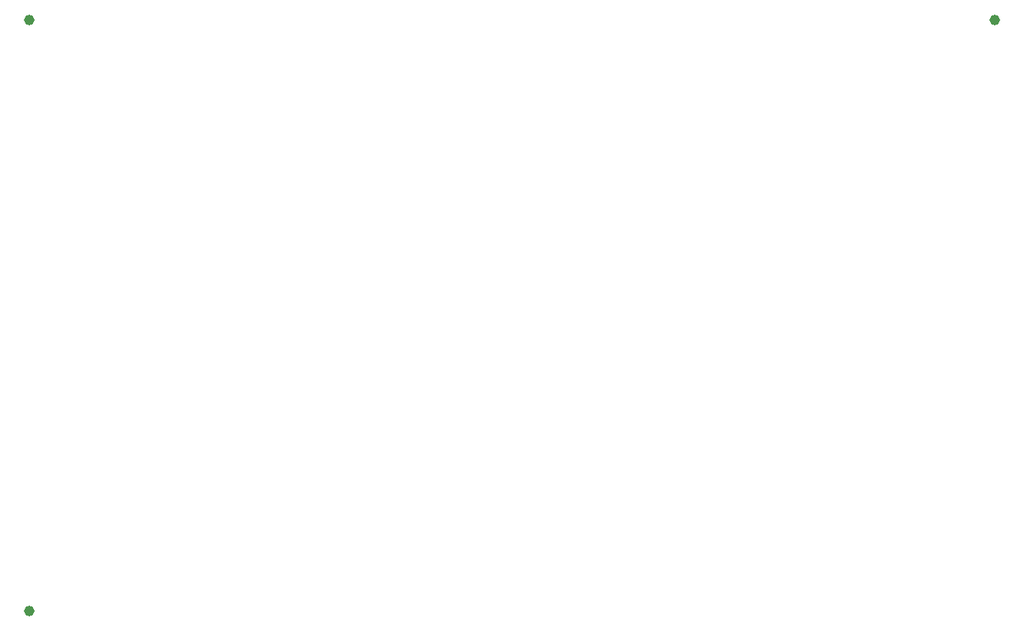
<source format=gbp>
G04 #@! TF.GenerationSoftware,KiCad,Pcbnew,7.0.2-6a45011f42~172~ubuntu22.04.1*
G04 #@! TF.CreationDate,2023-07-03T14:39:39+08:00*
G04 #@! TF.ProjectId,panel_3_1,70616e65-6c5f-4335-9f31-2e6b69636164,rev?*
G04 #@! TF.SameCoordinates,Original*
G04 #@! TF.FileFunction,Paste,Bot*
G04 #@! TF.FilePolarity,Positive*
%FSLAX46Y46*%
G04 Gerber Fmt 4.6, Leading zero omitted, Abs format (unit mm)*
G04 Created by KiCad (PCBNEW 7.0.2-6a45011f42~172~ubuntu22.04.1) date 2023-07-03 14:39:39*
%MOMM*%
%LPD*%
G01*
G04 APERTURE LIST*
%ADD10C,1.152000*%
G04 APERTURE END LIST*
D10*
G04 #@! TO.C,REF\u002A\u002A*
X2500000Y-67500000D03*
G04 #@! TD*
G04 #@! TO.C,REF\u002A\u002A*
X108590000Y-2500000D03*
G04 #@! TD*
G04 #@! TO.C,REF\u002A\u002A*
X2500000Y-2500000D03*
G04 #@! TD*
M02*

</source>
